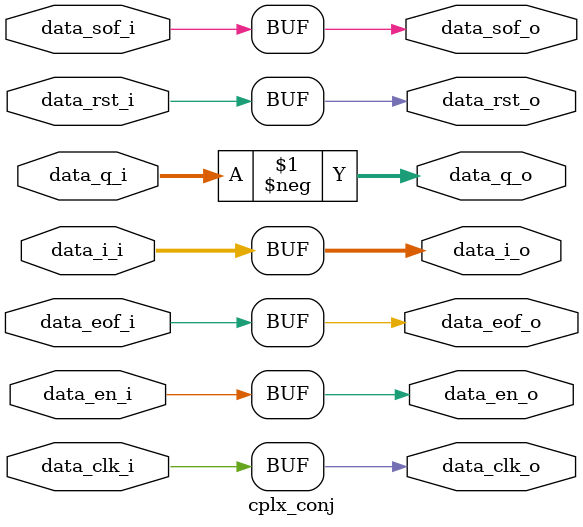
<source format=v>
/*-----------------------------------------------------------------------
 * (c) Copyright: OscillatorIMP Digital
 * Author : Gwenhael Goavec-Merou<gwenhael.goavec-merou@trabucayre.com>
 * Creation date : 2017/05/27
 *-----------------------------------------------------------------------*/
module cplx_conj #(
	parameter DATA_SIZE = 16
) (
	// input data
	input [DATA_SIZE-1:0] data_i_i,
	input [DATA_SIZE-1:0] data_q_i,
	input                 data_en_i,
	input                 data_sof_i,
	input                 data_eof_i,
	input                 data_rst_i,
	input                 data_clk_i,
	// output data
	output [DATA_SIZE-1:0] data_i_o,
	output [DATA_SIZE-1:0] data_q_o,
	output                 data_en_o,
	output                 data_sof_o,
	output                 data_eof_o,
	output                 data_rst_o,
	output                 data_clk_o
);

assign data_i_o = data_i_i;
assign data_q_o = -data_q_i;

assign data_clk_o = data_clk_i;
assign data_eof_o = data_eof_i;
assign data_sof_o = data_sof_i;
assign data_rst_o = data_rst_i;
assign data_en_o  = data_en_i;

endmodule

</source>
